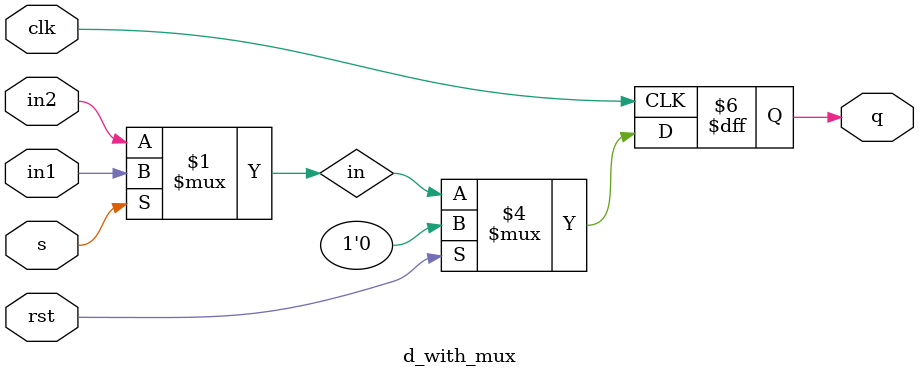
<source format=v>
`timescale 1ns / 1ps


module d_with_mux(q,in1,in2,s,rst,clk);
output reg q;
input in1,in2,s;
input rst,clk;
wire in;
assign in=s?in1:in2;
always@(posedge clk)
if(rst)
 q<=1'b0;
 else
 q<=in;
endmodule

</source>
